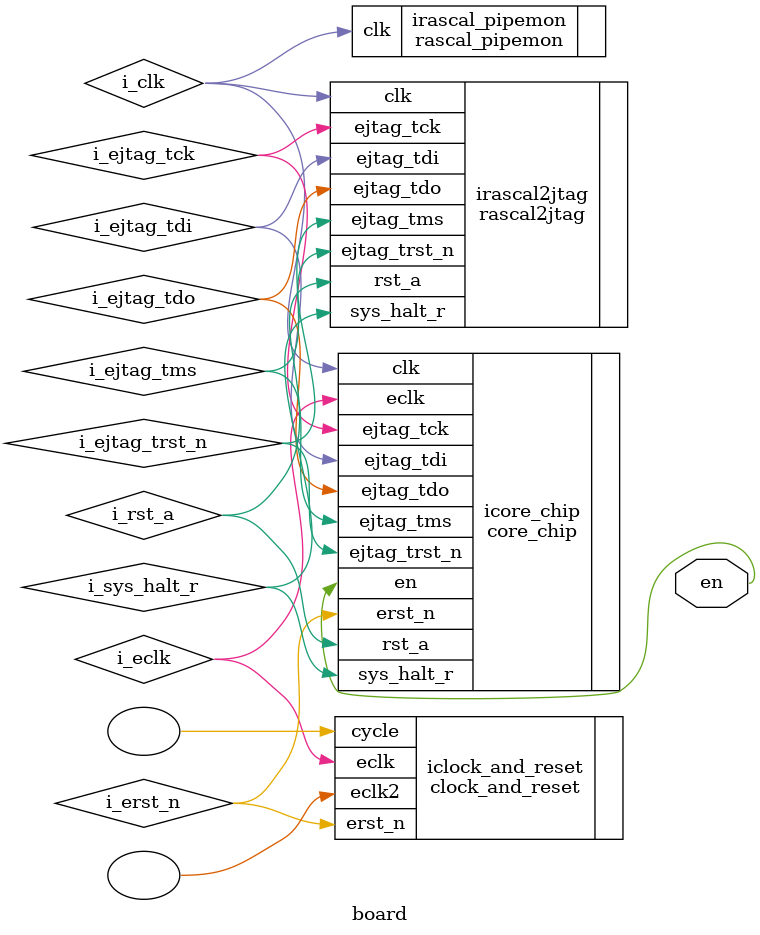
<source format=v>


`include "defines.v"
`include "arcv_dm_defines.v"
`include "const.def"
`include "alb_mss_fab_defines.v"
`include "alb_mss_clkctrl_defines.v"
`include "alb_mss_dummy_slave_defines.v"
`include "alb_mss_perfctrl_defines.v"
`include "alb_mss_mem_defines.v"
`include "zebu_axi_xtor_defines.v"
`include "dw_dbp_defines.v"
`include "rv_safety_defines.v"
`include "ifu_defines.v"
`include "dmp_defines.v"

module board(
    output en                            //    > outside-of-hierarchy
  );

// Intermediate signals:
wire   i_eclk;                           // clock_and_reset > core_chip -- clock_and_reset.eclk
wire   i_erst_n;                         // clock_and_reset > core_chip -- clock_and_reset.erst_n
wire   i_ejtag_tck;                      // rascal2jtag > core_chip -- rascal2jtag.ejtag_tck
wire   i_ejtag_trst_n;                   // rascal2jtag > core_chip -- rascal2jtag.ejtag_trst_n
wire   i_ejtag_tms;                      // rascal2jtag > core_chip -- rascal2jtag.ejtag_tms
wire   i_ejtag_tdi;                      // rascal2jtag > core_chip -- rascal2jtag.ejtag_tdi
wire   i_ejtag_tdo;                      // core_chip > rascal2jtag -- core_chip.io_pad_ring.ejtag_tdo
wire   i_sys_halt_r;                     // core_chip > rascal2jtag -- core_chip.core_sys.archipelago.cpu_top_safety_controller.sys_halt_r
wire   i_rst_a;                          // core_chip > rascal2jtag -- core_chip.io_pad_ring.rst_a
wire   i_clk;                            // core_chip > rascal_pipemon -- core_chip.core_sys.alb_mss_clkctrl.clk
wire   i_eclk2;                          // clock_and_reset > unconnected -- clock_and_reset.eclk2
wire   [31:0] i_cycle;                   // clock_and_reset > unconnected -- clock_and_reset.cycle [31:0]

// Instantiation of module core_chip
core_chip icore_chip(
    .eclk         (i_eclk)                         // <   clock_and_reset
  , .erst_n       (i_erst_n)                       // <   clock_and_reset
  , .ejtag_tck    (i_ejtag_tck)                    // <   rascal2jtag
  , .ejtag_trst_n (i_ejtag_trst_n)                 // <   rascal2jtag
  , .ejtag_tms    (i_ejtag_tms)                    // <   rascal2jtag
  , .ejtag_tdi    (i_ejtag_tdi)                    // <   rascal2jtag
  , .ejtag_tdo    (i_ejtag_tdo)                    //   > rascal2jtag
  , .sys_halt_r   (i_sys_halt_r)                   //   > rascal2jtag
  , .rst_a        (i_rst_a)                        //   > rascal2jtag
  , .clk          (i_clk)                          //   > rascal_pipemon
  , .en           (en)                             //   > outside-of-hierarchy
  );

// Instantiation of module clock_and_reset
clock_and_reset iclock_and_reset(
    .eclk      (i_eclk)                            //   > core_chip
  , .erst_n    (i_erst_n)                          //   > core_chip
  , .eclk2     ()                                  //   > unconnected i_eclk2
  , .cycle     ()                                  //   > unconnected i_cycle
  );

// Instantiation of module rascal2jtag
rascal2jtag irascal2jtag(
    .ejtag_tdo    (i_ejtag_tdo)                    // <   core_chip.io_pad_ring
  , .sys_halt_r   (i_sys_halt_r)                   // <   core_chip.core_sys.archipelago.cpu_top_safety_controller
  , .rst_a        (i_rst_a)                        // <   core_chip.io_pad_ring
  , .clk          (i_clk)                          // <   core_chip.core_sys.alb_mss_clkctrl
  , .ejtag_tck    (i_ejtag_tck)                    //   > core_chip
  , .ejtag_trst_n (i_ejtag_trst_n)                 //   > core_chip
  , .ejtag_tms    (i_ejtag_tms)                    //   > core_chip
  , .ejtag_tdi    (i_ejtag_tdi)                    //   > core_chip
  );

// Instantiation of module rascal_pipemon
rascal_pipemon irascal_pipemon(
    .clk       (i_clk)                             // <   core_chip.core_sys.alb_mss_clkctrl
  );
endmodule

</source>
